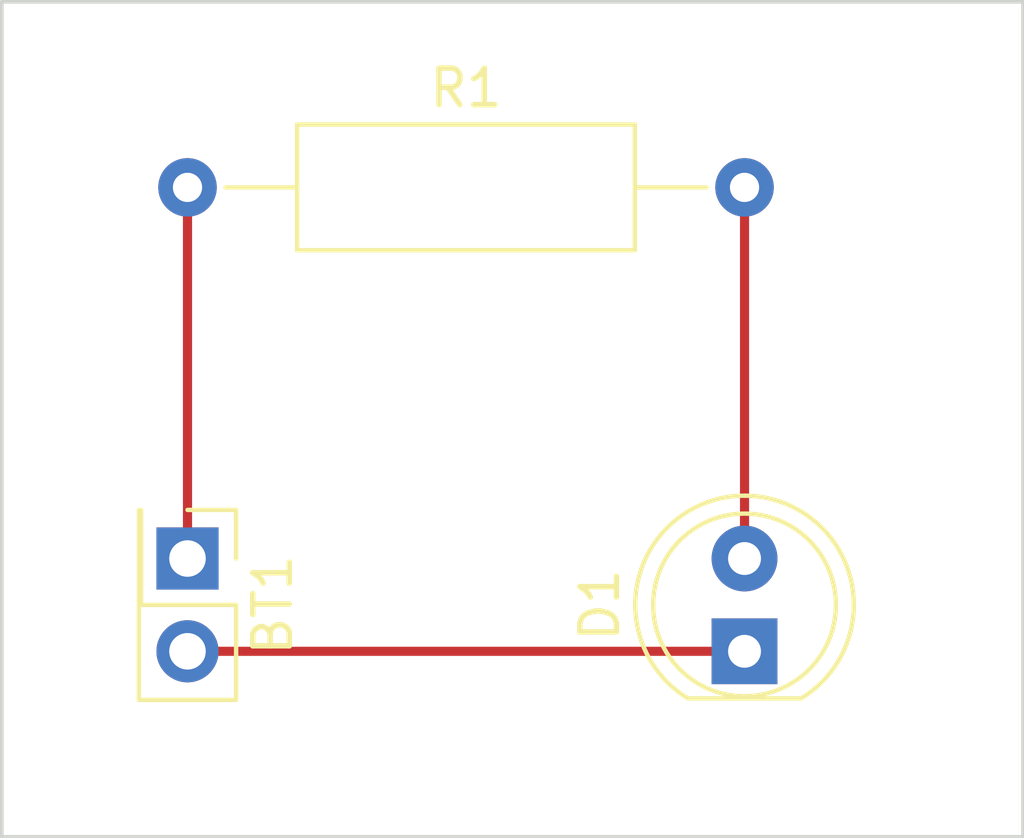
<source format=kicad_pcb>
(kicad_pcb (version 20221018) (generator pcbnew)
  (layers (0 "F.Cu" signal) (31 "B.Cu" signal) (34 "B.Paste" user) (35 "F.Paste" user) (36 "B.SilkS" user "B.Silkscreen") (37 "F.SilkS" user "F.Silkscreen") (38 "B.Mask" user) (39 "F.Mask" user) (44 "Edge.Cuts" user))
  (net 0 "")
  (net 1 "Net-(BT1-+)")
  (net 2 "Net-(BT1--)")
  (net 3 "Net-(D1-A)")
  (footprint "Resistor_THT:R_Axial_DIN0309_L9.0mm_D3.2mm_P15.24mm_Horizontal" (layer "F.Cu") (at 137.16 86.36)
    (fp_text reference "R1" (at 7.62 -2.72) (layer "F.SilkS"))
    (fp_text value "470")
    (fp_line (start 1.04 0) (end 3 0) (stroke (width 0.12)) (layer "F.SilkS"))
    (fp_line (start 3 -1.72) (end 3 1.72) (stroke (width 0.12)) (layer "F.SilkS"))
    (fp_line (start 3 1.72) (end 12.24 1.72) (stroke (width 0.12)) (layer "F.SilkS"))
    (fp_line (start 12.24 -1.72) (end 3 -1.72) (stroke (width 0.12)) (layer "F.SilkS"))
    (fp_line (start 12.24 1.72) (end 12.24 -1.72) (stroke (width 0.12)) (layer "F.SilkS"))
    (fp_line (start 14.2 0) (end 12.24 0) (stroke (width 0.12)) (layer "F.SilkS"))
    (pad "1" thru_hole circle (at 0 0) (size 1.6 1.6) (drill 0.8) (layers "*.Cu" "*.Mask") (net 1 "Net-(BT1-+)"))
    (pad "2" thru_hole oval (at 15.24 0) (size 1.6 1.6) (drill 0.8) (layers "*.Cu" "*.Mask") (net 3 "Net-(D1-A)"))
  )
  (footprint "Connector_PinHeader_2.54mm:PinHeader_2x01_P2.54mm_Vertical" (layer "F.Cu") (at 137.16 96.52 -90)
    (fp_text reference "BT1" (at 1.27 -2.33 90) (layer "F.SilkS"))
    (fp_text value "9V")
    (fp_line (start -1.33 -1.33) (end 0 -1.33) (stroke (width 0.12)) (layer "F.SilkS"))
    (fp_line (start -1.33 0) (end -1.33 -1.33) (stroke (width 0.12)) (layer "F.SilkS"))
    (fp_line (start -1.33 1.27) (end -1.33 1.33) (stroke (width 0.12)) (layer "F.SilkS"))
    (fp_line (start -1.33 1.27) (end 1.27 1.27) (stroke (width 0.12)) (layer "F.SilkS"))
    (fp_line (start -1.33 1.33) (end 3.87 1.33) (stroke (width 0.12)) (layer "F.SilkS"))
    (fp_line (start 1.27 -1.33) (end 3.87 -1.33) (stroke (width 0.12)) (layer "F.SilkS"))
    (fp_line (start 1.27 1.27) (end 1.27 -1.33) (stroke (width 0.12)) (layer "F.SilkS"))
    (fp_line (start 3.87 -1.33) (end 3.87 1.33) (stroke (width 0.12)) (layer "F.SilkS"))
    (pad "1" thru_hole rect (at 0 0 270) (size 1.7 1.7) (drill 1) (layers "*.Cu" "*.Mask") (net 1 "Net-(BT1-+)"))
    (pad "2" thru_hole oval (at 2.54 0 270) (size 1.7 1.7) (drill 1) (layers "*.Cu" "*.Mask") (net 2 "Net-(BT1--)"))
  )
  (footprint "LED_THT:LED_D5.0mm" (layer "F.Cu") (at 152.4 99.06 90)
    (fp_text reference "D1" (at 1.27 -3.96 90) (layer "F.SilkS"))
    (fp_text value "LED")
    (fp_line (start -1.29 -1.545) (end -1.29 1.545) (stroke (width 0.12)) (layer "F.SilkS"))
    (fp_arc (start -1.29 -1.54483) (mid 2.072002 -2.880433) (end 4.26 0.000462) (stroke (width 0.12)) (layer "F.SilkS"))
    (fp_arc (start 4.26 -0.000462) (mid 2.072002 2.880433) (end -1.29 1.54483) (stroke (width 0.12)) (layer "F.SilkS"))
    (fp_circle (center 1.27 0) (end 3.77 0) (stroke (width 0.12)) (fill none) (layer "F.SilkS"))
    (pad "1" thru_hole rect (at 0 0 90) (size 1.8 1.8) (drill 0.9) (layers "*.Cu" "*.Mask") (net 2 "Net-(BT1--)"))
    (pad "2" thru_hole circle (at 2.54 0 90) (size 1.8 1.8) (drill 0.9) (layers "*.Cu" "*.Mask") (net 3 "Net-(D1-A)"))
  )
  (gr_line (start 160.02 81.28) (end 160.02 104.14) (stroke (width 0.1)) (layer "Edge.Cuts"))
  (gr_line (start 160.02 104.14) (end 132.08 104.14) (stroke (width 0.1)) (layer "Edge.Cuts"))
  (gr_line (start 132.08 104.14) (end 132.08 81.28) (stroke (width 0.1)) (layer "Edge.Cuts"))
  (gr_line (start 132.08 81.28) (end 160.02 81.28) (stroke (width 0.1)) (layer "Edge.Cuts"))
  (segment (start 137.16 86.36) (end 137.16 96.52) (width 0.25) (layer "F.Cu") (net 1))
  (segment (start 137.16 99.06) (end 152.4 99.06) (width 0.25) (layer "F.Cu") (net 2))
  (segment (start 152.4 86.36) (end 152.4 96.52) (width 0.25) (layer "F.Cu") (net 3))
)
</source>
